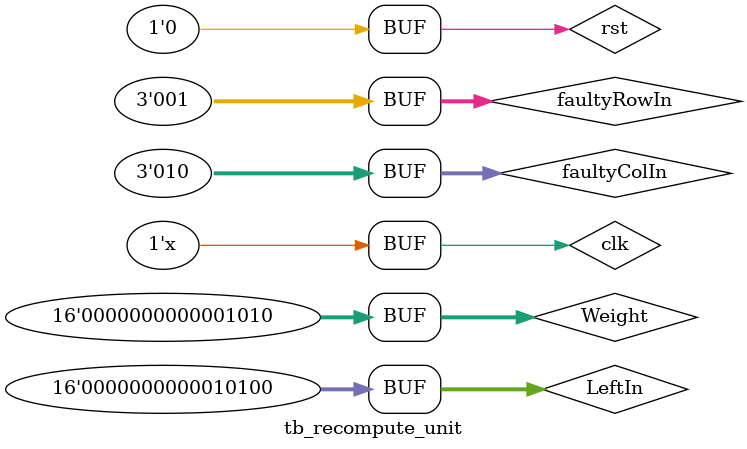
<source format=sv>
`define WORD_SIZE 16
`define ROWS 3
`define COLS 3

module tb_recompute_unit();
    reg clk = 0;
    reg rst;
    reg [`ROWS-1:0] faultyRowIn;
    reg [`COLS-1:0] faultyColIn;
    reg [`WORD_SIZE-1:0] Weight;
    reg [`WORD_SIZE-1:0] LeftIn;

    wire [`WORD_SIZE-1:0] BottomOut;
    wire [`ROWS-1:0] faultyRowOut;
    wire [`COLS-1:0] faultyColOut;

    recompute_unit #(
        .ROWS(`ROWS),
        .COLS(`COLS),
        .WORD_SIZE(`WORD_SIZE)
    ) recompute_unit_dut(
        .clk(clk),
        .faultyRowIn(faultyRowIn),
        .faultyColIn(faultyColIn),
        .Weight(Weight),
        .LeftIn(LeftIn),

        .BottomOut(BottomOut),
        .faultyRowOut(faultyRowOut),
        .faultyColOut(faultyColOut)
    );

    always #5 clk = ~clk;

    initial begin
        rst = 1;
        faultyRowIn = 1;
        faultyColIn = 1;
        Weight = 3;
        LeftIn = 4;

        #10
        rst = 0;
        faultyRowIn = 1;
        faultyColIn = 1;
        Weight = 3;
        LeftIn = 4;

        #10
        faultyRowIn = 2;
        faultyColIn = 1;
        Weight = 7;
        LeftIn = 8;

        #10
        faultyRowIn = 1;
        faultyColIn = 2;
        Weight = 10;
        LeftIn = 20;
    end

endmodule
</source>
